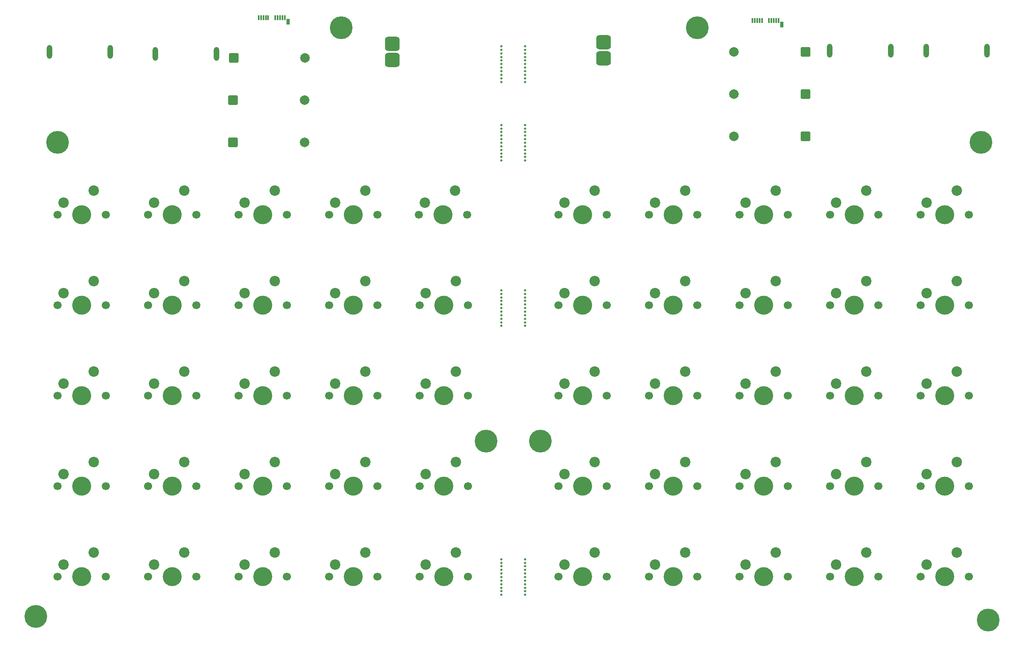
<source format=gbr>
%TF.GenerationSoftware,KiCad,Pcbnew,9.0.2*%
%TF.CreationDate,2025-10-08T19:34:12-05:00*%
%TF.ProjectId,keeb,6b656562-2e6b-4696-9361-645f70636258,rev?*%
%TF.SameCoordinates,Original*%
%TF.FileFunction,Soldermask,Bot*%
%TF.FilePolarity,Negative*%
%FSLAX46Y46*%
G04 Gerber Fmt 4.6, Leading zero omitted, Abs format (unit mm)*
G04 Created by KiCad (PCBNEW 9.0.2) date 2025-10-08 19:34:12*
%MOMM*%
%LPD*%
G01*
G04 APERTURE LIST*
G04 Aperture macros list*
%AMRoundRect*
0 Rectangle with rounded corners*
0 $1 Rounding radius*
0 $2 $3 $4 $5 $6 $7 $8 $9 X,Y pos of 4 corners*
0 Add a 4 corners polygon primitive as box body*
4,1,4,$2,$3,$4,$5,$6,$7,$8,$9,$2,$3,0*
0 Add four circle primitives for the rounded corners*
1,1,$1+$1,$2,$3*
1,1,$1+$1,$4,$5*
1,1,$1+$1,$6,$7*
1,1,$1+$1,$8,$9*
0 Add four rect primitives between the rounded corners*
20,1,$1+$1,$2,$3,$4,$5,0*
20,1,$1+$1,$4,$5,$6,$7,0*
20,1,$1+$1,$6,$7,$8,$9,0*
20,1,$1+$1,$8,$9,$2,$3,0*%
G04 Aperture macros list end*
%ADD10C,1.700000*%
%ADD11C,4.000000*%
%ADD12C,2.200000*%
%ADD13C,4.800000*%
%ADD14O,1.200000X2.900000*%
%ADD15RoundRect,0.250000X0.750000X0.750000X-0.750000X0.750000X-0.750000X-0.750000X0.750000X-0.750000X0*%
%ADD16C,2.000000*%
%ADD17RoundRect,0.250000X-0.750000X-0.750000X0.750000X-0.750000X0.750000X0.750000X-0.750000X0.750000X0*%
%ADD18C,0.500000*%
%ADD19RoundRect,0.775400X0.775400X0.775400X-0.775400X0.775400X-0.775400X-0.775400X0.775400X-0.775400X0*%
%ADD20R,0.380000X1.000000*%
%ADD21R,0.700000X1.150000*%
G04 APERTURE END LIST*
D10*
%TO.C,SW43*%
X224790000Y-91440000D03*
D11*
X229870000Y-91440000D03*
D10*
X234950000Y-91440000D03*
D12*
X232410000Y-86360000D03*
X226060000Y-88900000D03*
%TD*%
D10*
%TO.C,SW17*%
X167640000Y-129540000D03*
D11*
X172720000Y-129540000D03*
D10*
X177800000Y-129540000D03*
D12*
X175260000Y-124460000D03*
X168910000Y-127000000D03*
%TD*%
D10*
%TO.C,SW28*%
X81280000Y-129540000D03*
D11*
X86360000Y-129540000D03*
D10*
X91440000Y-129540000D03*
D12*
X88900000Y-124460000D03*
X82550000Y-127000000D03*
%TD*%
D10*
%TO.C,SW33*%
X205740000Y-91440000D03*
D11*
X210820000Y-91440000D03*
D10*
X215900000Y-91440000D03*
D12*
X213360000Y-86360000D03*
X207010000Y-88900000D03*
%TD*%
D10*
%TO.C,SW46*%
X119380000Y-110490000D03*
D11*
X124460000Y-110490000D03*
D10*
X129540000Y-110490000D03*
D12*
X127000000Y-105410000D03*
X120650000Y-107950000D03*
%TD*%
D10*
%TO.C,SW2*%
X43180000Y-72390000D03*
D11*
X48260000Y-72390000D03*
D10*
X53340000Y-72390000D03*
D12*
X50800000Y-67310000D03*
X44450000Y-69850000D03*
%TD*%
D10*
%TO.C,SW36*%
X100330000Y-110490000D03*
D11*
X105410000Y-110490000D03*
D10*
X110490000Y-110490000D03*
D12*
X107950000Y-105410000D03*
X101600000Y-107950000D03*
%TD*%
D10*
%TO.C,SW13*%
X167640000Y-91440000D03*
D11*
X172720000Y-91440000D03*
D10*
X177800000Y-91440000D03*
D12*
X175260000Y-86360000D03*
X168910000Y-88900000D03*
%TD*%
D13*
%TO.C,H2*%
X102870000Y-33020000D03*
%TD*%
D14*
%TO.C,J2*%
X54300000Y-38100000D03*
X41500000Y-38100000D03*
%TD*%
D13*
%TO.C,H3*%
X237490000Y-57150000D03*
%TD*%
D15*
%TO.C,C3*%
X200540000Y-46990000D03*
D16*
X185540000Y-46990000D03*
%TD*%
D13*
%TO.C,H8*%
X38608000Y-156972000D03*
%TD*%
D10*
%TO.C,SW44*%
X119380000Y-91440000D03*
D11*
X124460000Y-91440000D03*
D10*
X129540000Y-91440000D03*
D12*
X127000000Y-86360000D03*
X120650000Y-88900000D03*
%TD*%
D10*
%TO.C,SW47*%
X224790000Y-129540000D03*
D11*
X229870000Y-129540000D03*
D10*
X234950000Y-129540000D03*
D12*
X232410000Y-124460000D03*
X226060000Y-127000000D03*
%TD*%
D13*
%TO.C,H1*%
X177800000Y-33020000D03*
%TD*%
D10*
%TO.C,SW18*%
X62230000Y-129540000D03*
D11*
X67310000Y-129540000D03*
D10*
X72390000Y-129540000D03*
D12*
X69850000Y-124460000D03*
X63500000Y-127000000D03*
%TD*%
D10*
%TO.C,SW32*%
X100330000Y-72390000D03*
D11*
X105410000Y-72390000D03*
D10*
X110490000Y-72390000D03*
D12*
X107950000Y-67310000D03*
X101600000Y-69850000D03*
%TD*%
D17*
%TO.C,C2*%
X80130000Y-48260000D03*
D16*
X95130000Y-48260000D03*
%TD*%
D10*
%TO.C,SW5*%
X148590000Y-110490000D03*
D11*
X153670000Y-110490000D03*
D10*
X158750000Y-110490000D03*
D12*
X156210000Y-105410000D03*
X149860000Y-107950000D03*
%TD*%
D10*
%TO.C,SW26*%
X81280000Y-110490000D03*
D11*
X86360000Y-110490000D03*
D10*
X91440000Y-110490000D03*
D12*
X88900000Y-105410000D03*
X82550000Y-107950000D03*
%TD*%
D18*
%TO.C,H10*%
X136605000Y-152400000D03*
X141605000Y-152400000D03*
X136605000Y-151650000D03*
X136605000Y-151650000D03*
X141605000Y-151650000D03*
X141605000Y-151650000D03*
X136605000Y-150900000D03*
X141605000Y-150900000D03*
X136605000Y-150150000D03*
X141605000Y-150150000D03*
X136605000Y-149400000D03*
X141605000Y-149400000D03*
X136605000Y-148650000D03*
X141605000Y-148650000D03*
X136605000Y-147900000D03*
X141605000Y-147900000D03*
X136605000Y-147150000D03*
X141605000Y-147150000D03*
X136605000Y-146400000D03*
X141605000Y-146400000D03*
X136605000Y-145650000D03*
X141605000Y-145650000D03*
X136605000Y-144900000D03*
X141605000Y-144900000D03*
%TD*%
D13*
%TO.C,H7*%
X144780000Y-120015000D03*
%TD*%
D10*
%TO.C,SW37*%
X205740000Y-129540000D03*
D11*
X210820000Y-129540000D03*
D10*
X215900000Y-129540000D03*
D12*
X213360000Y-124460000D03*
X207010000Y-127000000D03*
%TD*%
D19*
%TO.C,U1*%
X158115000Y-39448500D03*
X158115000Y-36048500D03*
%TD*%
D10*
%TO.C,SW50*%
X119380000Y-148590000D03*
D11*
X124460000Y-148590000D03*
D10*
X129540000Y-148590000D03*
D12*
X127000000Y-143510000D03*
X120650000Y-146050000D03*
%TD*%
D13*
%TO.C,H5*%
X239014000Y-157734000D03*
%TD*%
D10*
%TO.C,SW20*%
X62230000Y-148590000D03*
D11*
X67310000Y-148590000D03*
D10*
X72390000Y-148590000D03*
D12*
X69850000Y-143510000D03*
X63500000Y-146050000D03*
%TD*%
D10*
%TO.C,SW3*%
X148590000Y-91440000D03*
D11*
X153670000Y-91440000D03*
D10*
X158750000Y-91440000D03*
D12*
X156210000Y-86360000D03*
X149860000Y-88900000D03*
%TD*%
D15*
%TO.C,C5*%
X200540000Y-55880000D03*
D16*
X185540000Y-55880000D03*
%TD*%
D10*
%TO.C,SW31*%
X205740000Y-72390000D03*
D11*
X210820000Y-72390000D03*
D10*
X215900000Y-72390000D03*
D12*
X213360000Y-67310000D03*
X207010000Y-69850000D03*
%TD*%
D10*
%TO.C,SW11*%
X167640000Y-72390000D03*
D11*
X172720000Y-72390000D03*
D10*
X177800000Y-72390000D03*
D12*
X175260000Y-67310000D03*
X168910000Y-69850000D03*
%TD*%
D10*
%TO.C,SW38*%
X100330000Y-129540000D03*
D11*
X105410000Y-129540000D03*
D10*
X110490000Y-129540000D03*
D12*
X107950000Y-124460000D03*
X101600000Y-127000000D03*
%TD*%
D15*
%TO.C,C1*%
X200540000Y-38100000D03*
D16*
X185540000Y-38100000D03*
%TD*%
D10*
%TO.C,SW35*%
X205740000Y-110490000D03*
D11*
X210820000Y-110490000D03*
D10*
X215900000Y-110490000D03*
D12*
X213360000Y-105410000D03*
X207010000Y-107950000D03*
%TD*%
D19*
%TO.C,U2*%
X113610000Y-39770000D03*
X113610000Y-36370000D03*
%TD*%
D18*
%TO.C,H12*%
X136605000Y-44390000D03*
X141605000Y-44390000D03*
X136605000Y-43640000D03*
X136605000Y-43640000D03*
X141605000Y-43640000D03*
X141605000Y-43640000D03*
X136605000Y-42890000D03*
X141605000Y-42890000D03*
X136605000Y-42140000D03*
X141605000Y-42140000D03*
X136605000Y-41390000D03*
X141605000Y-41390000D03*
X136605000Y-40640000D03*
X141605000Y-40640000D03*
X136605000Y-39890000D03*
X141605000Y-39890000D03*
X136605000Y-39140000D03*
X141605000Y-39140000D03*
X136605000Y-38390000D03*
X141605000Y-38390000D03*
X136605000Y-37640000D03*
X141605000Y-37640000D03*
X136605000Y-36890000D03*
X141605000Y-36890000D03*
%TD*%
D10*
%TO.C,SW10*%
X43180000Y-148590000D03*
D11*
X48260000Y-148590000D03*
D10*
X53340000Y-148590000D03*
D12*
X50800000Y-143510000D03*
X44450000Y-146050000D03*
%TD*%
D10*
%TO.C,SW4*%
X43180000Y-91440000D03*
D11*
X48260000Y-91440000D03*
D10*
X53340000Y-91440000D03*
D12*
X50800000Y-86360000D03*
X44450000Y-88900000D03*
%TD*%
D10*
%TO.C,SW48*%
X119380000Y-129540000D03*
D11*
X124460000Y-129540000D03*
D10*
X129540000Y-129540000D03*
D12*
X127000000Y-124460000D03*
X120650000Y-127000000D03*
%TD*%
D13*
%TO.C,H6*%
X133350000Y-120015000D03*
%TD*%
D10*
%TO.C,SW9*%
X148590000Y-148590000D03*
D11*
X153670000Y-148590000D03*
D10*
X158750000Y-148590000D03*
D12*
X156210000Y-143510000D03*
X149860000Y-146050000D03*
%TD*%
D10*
%TO.C,SW29*%
X186690000Y-148590000D03*
D11*
X191770000Y-148590000D03*
D10*
X196850000Y-148590000D03*
D12*
X194310000Y-143510000D03*
X187960000Y-146050000D03*
%TD*%
D17*
%TO.C,C4*%
X80250000Y-39370000D03*
D16*
X95250000Y-39370000D03*
%TD*%
D10*
%TO.C,SW27*%
X186690000Y-129540000D03*
D11*
X191770000Y-129540000D03*
D10*
X196850000Y-129540000D03*
D12*
X194310000Y-124460000D03*
X187960000Y-127000000D03*
%TD*%
D20*
%TO.C,P2*%
X91006000Y-30910000D03*
X90506000Y-30910000D03*
X90006000Y-30910000D03*
X89506000Y-30910000D03*
X89006000Y-30910000D03*
X87506000Y-30910000D03*
X87006000Y-30910000D03*
X86506000Y-30910000D03*
X86006000Y-30910000D03*
X85506000Y-30910000D03*
D21*
X91676000Y-31750000D03*
%TD*%
D10*
%TO.C,SW8*%
X43180000Y-129540000D03*
D11*
X48260000Y-129540000D03*
D10*
X53340000Y-129540000D03*
D12*
X50800000Y-124460000D03*
X44450000Y-127000000D03*
%TD*%
D10*
%TO.C,SW39*%
X205740000Y-148590000D03*
D11*
X210820000Y-148590000D03*
D10*
X215900000Y-148590000D03*
D12*
X213360000Y-143510000D03*
X207010000Y-146050000D03*
%TD*%
D10*
%TO.C,SW24*%
X81280000Y-91440000D03*
D11*
X86360000Y-91440000D03*
D10*
X91440000Y-91440000D03*
D12*
X88900000Y-86360000D03*
X82550000Y-88900000D03*
%TD*%
D14*
%TO.C,J3*%
X218490000Y-37840000D03*
X205690000Y-37840000D03*
%TD*%
D10*
%TO.C,SW30*%
X81280000Y-148590000D03*
D11*
X86360000Y-148590000D03*
D10*
X91440000Y-148590000D03*
D12*
X88900000Y-143510000D03*
X82550000Y-146050000D03*
%TD*%
D10*
%TO.C,SW34*%
X100330000Y-91440000D03*
D11*
X105410000Y-91440000D03*
D10*
X110490000Y-91440000D03*
D12*
X107950000Y-86360000D03*
X101600000Y-88900000D03*
%TD*%
D10*
%TO.C,SW49*%
X224790000Y-148590000D03*
D11*
X229870000Y-148590000D03*
D10*
X234950000Y-148590000D03*
D12*
X232410000Y-143510000D03*
X226060000Y-146050000D03*
%TD*%
D10*
%TO.C,SW40*%
X100330000Y-148590000D03*
D11*
X105410000Y-148590000D03*
D10*
X110490000Y-148590000D03*
D12*
X107950000Y-143510000D03*
X101600000Y-146050000D03*
%TD*%
D10*
%TO.C,SW21*%
X186690000Y-72390000D03*
D11*
X191770000Y-72390000D03*
D10*
X196850000Y-72390000D03*
D12*
X194310000Y-67310000D03*
X187960000Y-69850000D03*
%TD*%
D13*
%TO.C,H4*%
X43180000Y-57150000D03*
%TD*%
D10*
%TO.C,SW19*%
X167640000Y-148590000D03*
D11*
X172720000Y-148590000D03*
D10*
X177800000Y-148590000D03*
D12*
X175260000Y-143510000D03*
X168910000Y-146050000D03*
%TD*%
D18*
%TO.C,H9*%
X136605000Y-95765000D03*
X141605000Y-95765000D03*
X136605000Y-95015000D03*
X136605000Y-95015000D03*
X141605000Y-95015000D03*
X141605000Y-95015000D03*
X136605000Y-94265000D03*
X141605000Y-94265000D03*
X136605000Y-93515000D03*
X141605000Y-93515000D03*
X136605000Y-92765000D03*
X141605000Y-92765000D03*
X136605000Y-92015000D03*
X141605000Y-92015000D03*
X136605000Y-91265000D03*
X141605000Y-91265000D03*
X136605000Y-90515000D03*
X141605000Y-90515000D03*
X136605000Y-89765000D03*
X141605000Y-89765000D03*
X136605000Y-89015000D03*
X141605000Y-89015000D03*
X136605000Y-88265000D03*
X141605000Y-88265000D03*
%TD*%
D14*
%TO.C,J1*%
X238760000Y-37840000D03*
X225960000Y-37840000D03*
%TD*%
D10*
%TO.C,SW41*%
X224790000Y-72390000D03*
D11*
X229870000Y-72390000D03*
D10*
X234950000Y-72390000D03*
D12*
X232410000Y-67310000D03*
X226060000Y-69850000D03*
%TD*%
D10*
%TO.C,SW42*%
X119230000Y-72390000D03*
D11*
X124310000Y-72390000D03*
D10*
X129390000Y-72390000D03*
D12*
X126850000Y-67310000D03*
X120500000Y-69850000D03*
%TD*%
D10*
%TO.C,SW7*%
X148590000Y-129540000D03*
D11*
X153670000Y-129540000D03*
D10*
X158750000Y-129540000D03*
D12*
X156210000Y-124460000D03*
X149860000Y-127000000D03*
%TD*%
D10*
%TO.C,SW22*%
X81280000Y-72390000D03*
D11*
X86360000Y-72390000D03*
D10*
X91440000Y-72390000D03*
D12*
X88900000Y-67310000D03*
X82550000Y-69850000D03*
%TD*%
D17*
%TO.C,C6*%
X80130000Y-57150000D03*
D16*
X95130000Y-57150000D03*
%TD*%
D18*
%TO.C,H14*%
X136605000Y-60960000D03*
X141605000Y-60960000D03*
X136605000Y-60210000D03*
X136605000Y-60210000D03*
X141605000Y-60210000D03*
X141605000Y-60210000D03*
X136605000Y-59460000D03*
X141605000Y-59460000D03*
X136605000Y-58710000D03*
X141605000Y-58710000D03*
X136605000Y-57960000D03*
X141605000Y-57960000D03*
X136605000Y-57210000D03*
X141605000Y-57210000D03*
X136605000Y-56460000D03*
X141605000Y-56460000D03*
X136605000Y-55710000D03*
X141605000Y-55710000D03*
X136605000Y-54960000D03*
X141605000Y-54960000D03*
X136605000Y-54210000D03*
X141605000Y-54210000D03*
X136605000Y-53460000D03*
X141605000Y-53460000D03*
%TD*%
D10*
%TO.C,SW12*%
X62230000Y-72390000D03*
D11*
X67310000Y-72390000D03*
D10*
X72390000Y-72390000D03*
D12*
X69850000Y-67310000D03*
X63500000Y-69850000D03*
%TD*%
D14*
%TO.C,J4*%
X76600000Y-38475000D03*
X63800000Y-38475000D03*
%TD*%
D10*
%TO.C,SW14*%
X62230000Y-91440000D03*
D11*
X67310000Y-91440000D03*
D10*
X72390000Y-91440000D03*
D12*
X69850000Y-86360000D03*
X63500000Y-88900000D03*
%TD*%
D20*
%TO.C,P1*%
X194910000Y-31496000D03*
X194410000Y-31496000D03*
X193910000Y-31496000D03*
X193410000Y-31496000D03*
X192910000Y-31496000D03*
X191410000Y-31496000D03*
X190910000Y-31496000D03*
X190410000Y-31496000D03*
X189910000Y-31496000D03*
X189410000Y-31496000D03*
D21*
X195580000Y-32336000D03*
%TD*%
D10*
%TO.C,SW23*%
X186690000Y-91440000D03*
D11*
X191770000Y-91440000D03*
D10*
X196850000Y-91440000D03*
D12*
X194310000Y-86360000D03*
X187960000Y-88900000D03*
%TD*%
D10*
%TO.C,SW16*%
X62230000Y-110490000D03*
D11*
X67310000Y-110490000D03*
D10*
X72390000Y-110490000D03*
D12*
X69850000Y-105410000D03*
X63500000Y-107950000D03*
%TD*%
D10*
%TO.C,SW6*%
X43180000Y-110490000D03*
D11*
X48260000Y-110490000D03*
D10*
X53340000Y-110490000D03*
D12*
X50800000Y-105410000D03*
X44450000Y-107950000D03*
%TD*%
D10*
%TO.C,SW15*%
X167640000Y-110490000D03*
D11*
X172720000Y-110490000D03*
D10*
X177800000Y-110490000D03*
D12*
X175260000Y-105410000D03*
X168910000Y-107950000D03*
%TD*%
D10*
%TO.C,SW1*%
X148590000Y-72390000D03*
D11*
X153670000Y-72390000D03*
D10*
X158750000Y-72390000D03*
D12*
X156210000Y-67310000D03*
X149860000Y-69850000D03*
%TD*%
D10*
%TO.C,SW45*%
X224790000Y-110490000D03*
D11*
X229870000Y-110490000D03*
D10*
X234950000Y-110490000D03*
D12*
X232410000Y-105410000D03*
X226060000Y-107950000D03*
%TD*%
D10*
%TO.C,SW25*%
X186690000Y-110490000D03*
D11*
X191770000Y-110490000D03*
D10*
X196850000Y-110490000D03*
D12*
X194310000Y-105410000D03*
X187960000Y-107950000D03*
%TD*%
M02*

</source>
